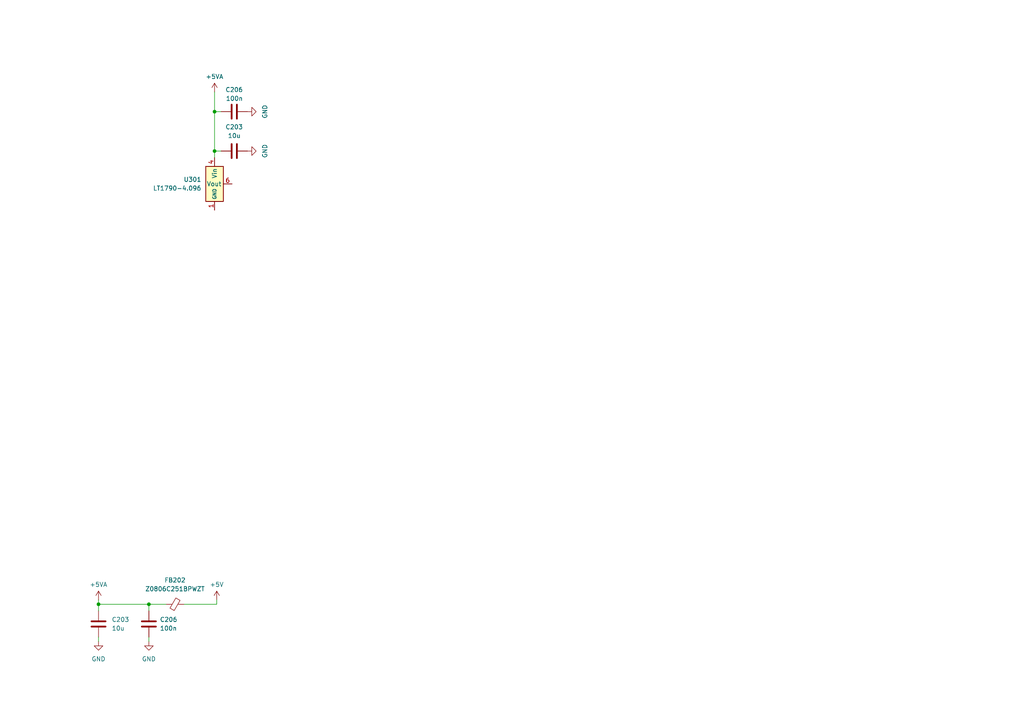
<source format=kicad_sch>
(kicad_sch (version 20230121) (generator eeschema)
  (paper "A4")
  (lib_symbols
    (symbol "Device:C" (pin_numbers hide) (pin_names (offset 0.254))
      (property "Reference" "C" (at 0.635 2.54 0))
      (property "Value" "C" (at 0.635 -2.54 0))
      (symbol "C_0_1"
        (polyline (pts (xy -2.032 -0.762) (xy 2.032 -0.762)) (stroke (width 0.508)))
        (polyline (pts (xy -2.032 0.762) (xy 2.032 0.762)) (stroke (width 0.508)))
      )
      (symbol "C_1_1"
        (pin passive line (at 0 3.81 270) (length 2.794) (name "~") (number "1"))
        (pin passive line (at 0 -3.81 90) (length 2.794) (name "~") (number "2"))
      )
    )
    (symbol "Device:FerriteBead_Small" (pin_numbers hide) (pin_names (offset 0))
      (property "Reference" "FB" (at 1.905 1.27 0))
      (property "Value" "FerriteBead_Small" (at 1.905 -1.27 0))
      (symbol "FerriteBead_Small_0_1"
        (polyline (pts (xy 0 -1.27) (xy 0 -0.7874)))
        (polyline (pts (xy 0 0.889) (xy 0 1.2954)))
        (polyline (pts (xy -1.8288 0.2794) (xy -1.1176 1.4986) (xy 1.8288 -0.2032) (xy 1.1176 -1.4224) (xy -1.8288 0.2794)))
      )
      (symbol "FerriteBead_Small_1_1"
        (pin passive line (at 0 2.54 270) (length 1.27) (name "~") (number "1"))
        (pin passive line (at 0 -2.54 90) (length 1.27) (name "~") (number "2"))
      )
    )
    (symbol "Reference_Voltage:LT1790-4.096"
      (property "Reference" "U" (at -3.81 6.35 0))
      (property "Value" "LT1790-4.096" (at 6.35 -6.35 0))
      (symbol "LT1790-4.096_0_1"
        (rectangle (start 2.54 5.08) (end -2.54 -5.08) (stroke (width 0.254)) (fill (type background)))
      )
      (symbol "LT1790-4.096_1_1"
        (pin power_in line (at 0 -7.62 90) (length 2.54) (name "GND") (number "1"))
        (pin passive line (at 0 -7.62 90) (length 2.54) hide (name "GND") (number "2"))
        (pin power_in line (at 0 7.62 270) (length 2.54) (name "Vin") (number "4"))
        (pin output line (at 5.08 0 180) (length 2.54) (name "Vout") (number "6"))
      )
    )
    (symbol "power:+5V" (power) (pin_names (offset 0))
      (property "Value" "+5V" (at 0 3.556 0))
      (symbol "+5V_0_1"
        (polyline (pts (xy -0.762 1.27) (xy 0 2.54)))
        (polyline (pts (xy 0 0) (xy 0 2.54)))
        (polyline (pts (xy 0 2.54) (xy 0.762 1.27)))
      )
      (symbol "+5V_1_1"
        (pin power_in line (at 0 0 90) (length 0) hide (name "+5V") (number "1"))
      )
    )
    (symbol "power:+5VA" (power) (pin_names (offset 0))
      (property "Value" "+5VA" (at 0 3.556 0))
      (symbol "+5VA_0_1"
        (polyline (pts (xy -0.762 1.27) (xy 0 2.54)))
        (polyline (pts (xy 0 0) (xy 0 2.54)))
        (polyline (pts (xy 0 2.54) (xy 0.762 1.27)))
      )
      (symbol "+5VA_1_1"
        (pin power_in line (at 0 0 90) (length 0) hide (name "+5VA") (number "1"))
      )
    )
    (symbol "power:GND" (power) (pin_names (offset 0))
      (property "Value" "GND" (at 0 -3.81 0))
      (symbol "GND_0_1"
        (polyline (pts (xy 0 0) (xy 0 -1.27) (xy 1.27 -1.27) (xy 0 -2.54) (xy -1.27 -1.27) (xy 0 -1.27)))
      )
      (symbol "GND_1_1"
        (pin power_in line (at 0 0 270) (length 0) hide (name "GND") (number "1"))
      )
    )
  )
  (junction (at 28.575 175.26))
  (junction (at 62.23 32.385))
  (junction (at 43.18 175.26))
  (junction (at 62.23 43.815))
  (wire (pts (xy 62.23 32.385) (xy 64.135 32.385)))
  (wire (pts (xy 62.23 45.72) (xy 62.23 43.815)))
  (wire (pts (xy 43.18 175.26) (xy 43.18 177.165)))
  (wire (pts (xy 62.23 43.815) (xy 64.135 43.815)))
  (wire (pts (xy 28.575 175.26) (xy 28.575 177.165)))
  (wire (pts (xy 28.575 173.99) (xy 28.575 175.26)))
  (wire (pts (xy 62.865 175.26) (xy 53.34 175.26)))
  (wire (pts (xy 28.575 184.785) (xy 28.575 186.055)))
  (wire (pts (xy 62.23 43.815) (xy 62.23 32.385)))
  (wire (pts (xy 62.865 173.99) (xy 62.865 175.26)))
  (wire (pts (xy 43.18 175.26) (xy 28.575 175.26)))
  (wire (pts (xy 43.18 184.785) (xy 43.18 186.055)))
  (wire (pts (xy 62.23 26.67) (xy 62.23 32.385)))
  (wire (pts (xy 48.26 175.26) (xy 43.18 175.26)))
  (symbol (lib_id "Reference_Voltage:LT1790-4.096") (at 62.23 53.34 0) (unit 1)
    (property "Reference" "U301" (at 58.42 52.07 0) (effects (justify right)))
    (property "Value" "LT1790-4.096" (at 58.42 54.61 0) (effects (justify right)))
    (property "Footprint" "Package_TO_SOT_SMD:TSOT-23-6" (effects hide))
    (property "Datasheet" "https://www.analog.com/media/en/technical-documentation/data-sheets/1790fc.pdf" (effects hide))
  )
  (symbol (lib_id "Device:C") (at 67.945 43.815 90) (unit 1)
    (property "Reference" "C203" (at 70.485 36.83 90) (effects (justify left)))
    (property "Value" "10u" (at 69.85 39.37 90) (effects (justify left)))
    (property "Footprint" "Capacitor_SMD:C_1206_3216Metric_Pad1.33x1.80mm_HandSolder" (effects hide))
    (instances (project "ETH2CDSO1B" (path "" (reference "C203") (unit 1)) (path "" (reference "C304") (unit 1))))
  )
  (symbol (lib_id "power:GND") (at 71.755 43.815 90) (unit 1)
    (property "Reference" "#PWR0207" (effects hide))
    (property "Value" "GND" (at 76.835 43.815 0))
    (instances (project "ETH2CDSO1B" (path "" (reference "#PWR0207") (unit 1)) (path "" (reference "#PWR0307") (unit 1))))
  )
  (symbol (lib_id "Device:FerriteBead_Small") (at 50.8 175.26 90) (unit 1)
    (property "Reference" "FB202" (at 50.7619 168.275 90))
    (property "Value" "Z0806C251BPWZT" (at 50.7619 170.815 90))
    (property "Footprint" "Inductor_SMD:L_0805_2012Metric_Pad1.15x1.40mm_HandSolder" (effects hide))
    (instances (project "ETH2CDSO1B" (path "" (reference "FB202") (unit 1)) (path "" (reference "FB301") (unit 1))))
  )
  (symbol (lib_id "Device:C") (at 67.945 32.385 90) (unit 1)
    (property "Reference" "C206" (at 70.485 26.035 90) (effects (justify left)))
    (property "Value" "100n" (at 70.485 28.575 90) (effects (justify left)))
    (property "Footprint" "Capacitor_SMD:C_0603_1608Metric_Pad1.08x0.95mm_HandSolder" (effects hide))
    (instances (project "ETH2CDSO1B" (path "" (reference "C206") (unit 1)) (path "" (reference "C303") (unit 1))))
  )
  (symbol (lib_id "power:+5VA") (at 62.23 26.67 0) (unit 1)
    (property "Reference" "#PWR0304" (effects hide))
    (property "Value" "+5VA" (at 62.23 22.225 0))
  )
  (symbol (lib_id "power:GND") (at 71.755 32.385 90) (unit 1)
    (property "Reference" "#PWR0210" (effects hide))
    (property "Value" "GND" (at 76.835 32.385 0))
    (instances (project "ETH2CDSO1B" (path "" (reference "#PWR0210") (unit 1)) (path "" (reference "#PWR0306") (unit 1))))
  )
  (symbol (lib_id "power:GND") (at 43.18 186.055 0) (unit 1)
    (property "Reference" "#PWR0210" (effects hide))
    (property "Value" "GND" (at 43.18 191.135 0))
    (instances (project "ETH2CDSO1B" (path "" (reference "#PWR0210") (unit 1)) (path "" (reference "#PWR0303") (unit 1))))
  )
  (symbol (lib_id "power:+5VA") (at 28.575 173.99 0) (unit 1)
    (property "Reference" "#PWR0301" (effects hide))
    (property "Value" "+5VA" (at 28.575 169.545 0))
  )
  (symbol (lib_id "Device:C") (at 28.575 180.975 0) (unit 1)
    (property "Reference" "C203" (at 32.385 179.705 0) (effects (justify left)))
    (property "Value" "10u" (at 32.385 182.245 0) (effects (justify left)))
    (property "Footprint" "Capacitor_SMD:C_1206_3216Metric_Pad1.33x1.80mm_HandSolder" (effects hide))
    (instances (project "ETH2CDSO1B" (path "" (reference "C203") (unit 1)) (path "" (reference "C301") (unit 1))))
  )
  (symbol (lib_id "power:GND") (at 28.575 186.055 0) (unit 1)
    (property "Reference" "#PWR0207" (effects hide))
    (property "Value" "GND" (at 28.575 191.135 0))
    (instances (project "ETH2CDSO1B" (path "" (reference "#PWR0207") (unit 1)) (path "" (reference "#PWR0302") (unit 1))))
  )
  (symbol (lib_id "power:+5V") (at 62.865 173.99 0) (unit 1)
    (property "Reference" "#PWR0215" (effects hide))
    (property "Value" "+5V" (at 62.865 169.545 0))
    (instances (project "ETH2CDSO1B" (path "" (reference "#PWR0215") (unit 1)) (path "" (reference "#PWR0305") (unit 1))))
  )
  (symbol (lib_id "Device:C") (at 43.18 180.975 0) (unit 1)
    (property "Reference" "C206" (at 46.355 179.705 0) (effects (justify left)))
    (property "Value" "100n" (at 46.355 182.245 0) (effects (justify left)))
    (property "Footprint" "Capacitor_SMD:C_0603_1608Metric_Pad1.08x0.95mm_HandSolder" (effects hide))
    (instances (project "ETH2CDSO1B" (path "" (reference "C206") (unit 1)) (path "" (reference "C302") (unit 1))))
  )
)
</source>
